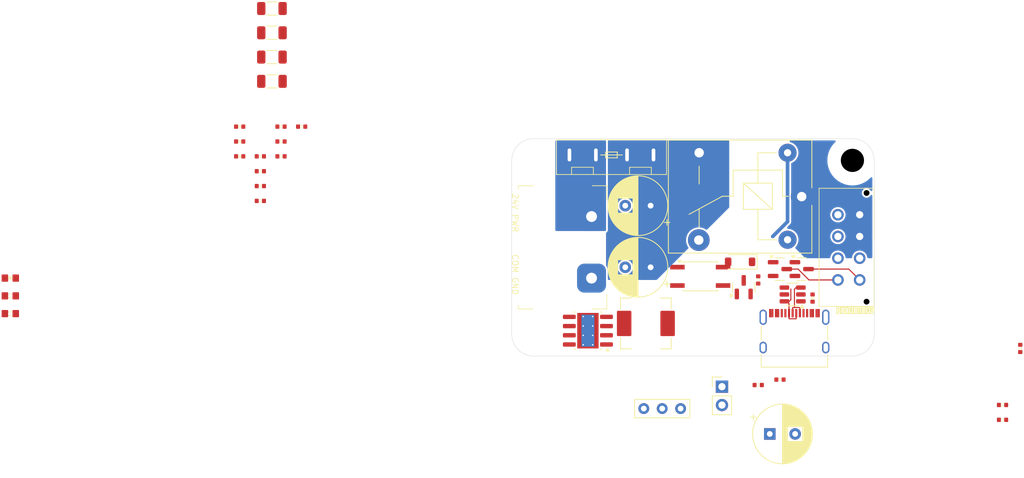
<source format=kicad_pcb>
(kicad_pcb (version 20240108) (generator "pcbnew") (generator_version "8.0")
  (layers (0 "F.Cu" signal) (31 "B.Cu" signal) (34 "B.Paste" user) (35 "F.Paste" user) (36 "B.SilkS" user "B.Silkscreen") (37 "F.SilkS" user "F.Silkscreen") (38 "B.Mask" user) (39 "F.Mask" user) (44 "Edge.Cuts" user))
  (net 0 "")
  (net 1 "GND")
  (net 2 "+24V")
  (net 3 "Net-(C2-Pad1)")
  (net 4 "Net-(U1-COMP)")
  (net 5 "Net-(U1-BOOT)")
  (net 6 "Net-(U1-PH)")
  (net 7 "+12V")
  (net 8 "Net-(C10-Pad1)")
  (net 9 "Net-(J2-Pin_7)")
  (net 10 "+5V")
  (net 11 "Net-(D1-A)")
  (net 12 "Net-(D2-A)")
  (net 13 "Net-(J4-Pin_1)")
  (net 14 "/TB_D+")
  (net 15 "/TB_D-")
  (net 20 "/USB_D-")
  (net 21 "Net-(Q1-G)")
  (net 22 "Net-(Q2-G)")
  (net 23 "/USB_D+")
  (net 24 "Net-(Q3-B)")
  (net 25 "Net-(U1-EN)")
  (net 26 "Net-(U1-RT)")
  (net 27 "Net-(U1-VSENSE)")
  (net 28 "Net-(R10-Pad1)")
  (net 29 "Net-(J1-CC1)")
  (net 30 "Net-(J1-CC2)")
  (footprint "PCM_ME_passives:0402R" (layer "F.Cu") (at 182.712501 88.800001)
    (property "Reference" "R15" (hide yes))
    (property "Value" "1kΩ")
    (pad "1" smd roundrect (at -0.5 0) (size 0.55 0.6) (layers "F.Cu" "F.Paste" "F.Mask") (roundrect_rratio 0.1818181818) (net 10 "+5V"))
    (pad "2" smd roundrect (at 0.5 0) (size 0.55 0.6) (layers "F.Cu" "F.Paste" "F.Mask") (roundrect_rratio 0.1818181818) (net 21 "Net-(Q1-G)"))
  )
  (footprint "corevus:XF-506P" (layer "F.Cu") (at 128.75 52.25 180)
    (property "Reference" "F1" (hide yes))
    (property "Value" "10A")
    (pad "1" thru_hole roundrect (at -5.8 0 270) (size 2.5 1.2) (drill oval 1.8 0.5) (layers "*.Cu" "*.Mask") (roundrect_rratio 0.4166666667) (net 2 "+24V"))
    (pad "1" smd roundrect (at -5.8 0 270) (size 2.5 2) (layers "B.Cu" "B.Mask") (net 2 "+24V"))
    (pad "1" thru_hole roundrect (at -2.150001 0 270) (size 2.5 1.2) (drill oval 1.8 0.5) (layers "*.Cu" "*.Mask") (roundrect_rratio 0.4166666667) (net 2 "+24V"))
    (pad "1" smd roundrect (at -2.150001 0 270) (size 2.5 2) (layers "B.Cu" "B.Mask") (net 2 "+24V"))
    (pad "2" thru_hole roundrect (at 2.150001 0 270) (size 2.5 1.2) (drill oval 1.8 0.5) (layers "*.Cu" "*.Mask") (roundrect_rratio 0.4166666667) (net 13 "Net-(J4-Pin_1)"))
    (pad "2" smd roundrect (at 2.150001 0 270) (size 2.5 2) (layers "B.Cu" "B.Mask") (net 13 "Net-(J4-Pin_1)"))
    (pad "2" thru_hole roundrect (at 5.8 0 270) (size 2.5 1.2) (drill oval 1.8 0.5) (layers "*.Cu" "*.Mask") (roundrect_rratio 0.4166666667) (net 13 "Net-(J4-Pin_1)"))
    (pad "2" smd roundrect (at 5.8 0 270) (size 2.5 2) (layers "B.Cu" "B.Mask") (net 13 "Net-(J4-Pin_1)"))
  )
  (footprint "MountingHole:MountingHole_3.2mm_M3_DIN965" (layer "F.Cu") (at 162 77)
    (property "Reference" "H4" (hide yes))
    (property "Value" "MountingHole")
    (pad "" np_thru_hole circle (at 0 0) (size 3.2 3.2) (drill 3.2) (layers "*.Cu" "*.Mask"))
  )
  (footprint "corevus:PinHeader_1x03_P2.54mm_Vertical" (layer "F.Cu") (at 133.21 87.25 90)
    (property "Reference" "J5" (hide yes))
    (property "Value" "1x3P")
    (pad "1" thru_hole circle (at 0 0 90) (size 1.5 1.5) (drill 0.8) (layers "*.Cu" "*.Mask"))
    (pad "2" thru_hole circle (at 0 2.54 90) (size 1.5 1.5) (drill 0.8) (layers "*.Cu" "*.Mask"))
    (pad "3" thru_hole circle (at 0 5.079999 90) (size 1.5 1.5) (drill 0.8) (layers "*.Cu" "*.Mask"))
  )
  (footprint "PCM_ME_passives:0402R" (layer "F.Cu") (at 83.15 48.345)
    (property "Reference" "R7" (hide yes))
    (property "Value" "47kΩ")
    (pad "1" smd roundrect (at -0.5 0) (size 0.55 0.6) (layers "F.Cu" "F.Paste" "F.Mask") (roundrect_rratio 0.1818181818) (net 11 "Net-(D1-A)"))
    (pad "2" smd roundrect (at 0.5 0) (size 0.55 0.6) (layers "F.Cu" "F.Paste" "F.Mask") (roundrect_rratio 0.1818181818) (net 7 "+12V"))
  )
  (footprint "PCM_ME_passives:0603LED" (layer "F.Cu") (at 45.8 69.245)
    (property "Reference" "D1" (hide yes))
    (property "Value" "Grn")
    (pad "1" smd roundrect (at -0.75 0) (size 0.9 1) (layers "F.Cu" "F.Paste" "F.Mask") (roundrect_rratio 0.1111111111) (net 1 "GND"))
    (pad "2" smd roundrect (at 0.75 0) (size 0.9 1) (layers "F.Cu" "F.Paste" "F.Mask") (roundrect_rratio 0.1111111111) (net 11 "Net-(D1-A)"))
  )
  (footprint "Package_TO_SOT_SMD:SOT-23" (layer "F.Cu") (at 155 68)
    (property "Reference" "Q2" (hide yes))
    (property "Value" "2N7002")
    (pad "1" smd roundrect (at -0.9375 -0.95) (size 1.475 0.6) (layers "F.Cu" "F.Paste" "F.Mask") (net 22 "Net-(Q2-G)"))
    (pad "2" smd roundrect (at -0.9375 0.95) (size 1.475 0.6) (layers "F.Cu" "F.Paste" "F.Mask") (net 23 "/USB_D+"))
    (pad "3" smd roundrect (at 0.937501 0) (size 1.475 0.6) (layers "F.Cu" "F.Paste" "F.Mask") (net 14 "/TB_D+"))
  )
  (footprint "Capacitor_SMD:C_1206_3216Metric" (layer "F.Cu") (at 81.9 32.045)
    (property "Reference" "C1" (hide yes))
    (property "Value" "10μF 50V")
    (pad "1" smd roundrect (at -1.475 0) (size 1.15 1.8) (layers "F.Cu" "F.Paste" "F.Mask") (roundrect_rratio 0.217391) (net 2 "+24V"))
    (pad "2" smd roundrect (at 1.475 0) (size 1.15 1.8) (layers "F.Cu" "F.Paste" "F.Mask") (roundrect_rratio 0.217391) (net 1 "GND"))
  )
  (footprint "PCM_ME_passives:0402R" (layer "F.Cu") (at 182.712501 86.750001)
    (property "Reference" "R14" (hide yes))
    (property "Value" "100kΩ")
    (pad "1" smd roundrect (at -0.5 0) (size 0.55 0.6) (layers "F.Cu" "F.Paste" "F.Mask") (roundrect_rratio 0.1818181818) (net 1 "GND"))
    (pad "2" smd roundrect (at 0.5 0) (size 0.55 0.6) (layers "F.Cu" "F.Paste" "F.Mask") (roundrect_rratio 0.1818181818) (net 10 "+5V"))
  )
  (footprint "Package_TO_SOT_SMD:SOT-23-6" (layer "F.Cu") (at 153.75 71.5 180)
    (property "Reference" "U4" (hide yes))
    (property "Value" "USBLC6-2SC6")
    (pad "1" smd roundrect (at -1.1375 -0.949999 180) (size 1.325 0.6) (layers "F.Cu" "F.Paste" "F.Mask") (net 20 "/USB_D-"))
    (pad "2" smd roundrect (at -1.1375 0 180) (size 1.325 0.6) (layers "F.Cu" "F.Paste" "F.Mask") (net 1 "GND"))
    (pad "3" smd roundrect (at -1.1375 0.949999 180) (size 1.325 0.6) (layers "F.Cu" "F.Paste" "F.Mask") (net 23 "/USB_D+"))
    (pad "4" smd roundrect (at 1.1375 0.949999 180) (size 1.325 0.6) (layers "F.Cu" "F.Paste" "F.Mask") (net 23 "/USB_D+"))
    (pad "5" smd roundrect (at 1.1375 0 180) (size 1.325 0.6) (layers "F.Cu" "F.Paste" "F.Mask") (net 10 "+5V"))
    (pad "6" smd roundrect (at 1.1375 -0.949999 180) (size 1.325 0.6) (layers "F.Cu" "F.Paste" "F.Mask") (net 20 "/USB_D-"))
  )
  (footprint "PCM_ME_passives:0402R" (layer "F.Cu") (at 80.3 52.445)
    (property "Reference" "R1" (hide yes))
    (property "Value" "18kΩ")
    (pad "1" smd roundrect (at -0.5 0) (size 0.55 0.6) (layers "F.Cu" "F.Paste" "F.Mask") (roundrect_rratio 0.1818181818) (net 25 "Net-(U1-EN)"))
    (pad "2" smd roundrect (at 0.5 0) (size 0.55 0.6) (layers "F.Cu" "F.Paste" "F.Mask") (roundrect_rratio 0.1818181818) (net 1 "GND"))
  )
  (footprint "Capacitor_SMD:C_1206_3216Metric" (layer "F.Cu") (at 81.9 38.745)
    (property "Reference" "C6" (hide yes))
    (property "Value" "22μF 25V")
    (pad "1" smd roundrect (at -1.475 0) (size 1.15 1.8) (layers "F.Cu" "F.Paste" "F.Mask") (roundrect_rratio 0.217391) (net 7 "+12V"))
    (pad "2" smd roundrect (at 1.475 0) (size 1.15 1.8) (layers "F.Cu" "F.Paste" "F.Mask") (roundrect_rratio 0.217391) (net 1 "GND"))
  )
  (footprint "Capacitor_THT:CP_Radial_D8.0mm_P3.50mm" (layer "F.Cu") (at 150.597349 90.75)
    (property "Reference" "C7" (hide yes))
    (property "Value" "220μF 25V")
    (pad "1" thru_hole rect (at 0 0) (size 1.6 1.6) (drill 0.8) (layers "*.Cu" "*.Mask") (net 7 "+12V"))
    (pad "2" thru_hole circle (at 3.5 0) (size 1.6 1.6) (drill 0.8) (layers "*.Cu" "*.Mask") (net 1 "GND"))
  )
  (footprint "PCM_ME_passives:0402R" (layer "F.Cu") (at 80.3 56.545)
    (property "Reference" "R3" (hide yes))
    (property "Value" "220kΩ")
    (pad "1" smd roundrect (at -0.5 0) (size 0.55 0.6) (layers "F.Cu" "F.Paste" "F.Mask") (roundrect_rratio 0.1818181818) (net 26 "Net-(U1-RT)"))
    (pad "2" smd roundrect (at 0.5 0) (size 0.55 0.6) (layers "F.Cu" "F.Paste" "F.Mask") (roundrect_rratio 0.1818181818) (net 1 "GND"))
  )
  (footprint "Capacitor_SMD:C_1206_3216Metric" (layer "F.Cu") (at 81.9 42.095)
    (property "Reference" "C10" (hide yes))
    (property "Value" "?F")
    (pad "1" smd roundrect (at -1.475 0) (size 1.15 1.8) (layers "F.Cu" "F.Paste" "F.Mask") (roundrect_rratio 0.217391) (net 8 "Net-(C10-Pad1)"))
    (pad "2" smd roundrect (at 1.475 0) (size 1.15 1.8) (layers "F.Cu" "F.Paste" "F.Mask") (roundrect_rratio 0.217391) (net 2 "+24V"))
  )
  (footprint "MountingHole:MountingHole_3.2mm_M3_DIN965" (layer "F.Cu") (at 118 53)
    (property "Reference" "H1" (hide yes))
    (property "Value" "MountingHole")
    (pad "" np_thru_hole circle (at 0 0) (size 3.2 3.2) (drill 3.2) (layers "*.Cu" "*.Mask"))
  )
  (footprint "PCM_ME_passives:0603R" (layer "F.Cu") (at 45.8 71.695)
    (property "Reference" "R5" (hide yes))
    (property "Value" "47kΩ")
    (pad "1" smd roundrect (at -0.75 0) (size 0.9 1) (layers "F.Cu" "F.Paste" "F.Mask") (roundrect_rratio 0.1111111111) (net 27 "Net-(U1-VSENSE)"))
    (pad "2" smd roundrect (at 0.75 0) (size 0.9 1) (layers "F.Cu" "F.Paste" "F.Mask") (roundrect_rratio 0.1111111111) (net 7 "+12V"))
  )
  (footprint "PCM_ME_passives:0402C" (layer "F.Cu") (at 77.45 48.345)
    (property "Reference" "C2" (hide yes))
    (property "Value" "2.2nF")
    (pad "1" smd roundrect (at -0.5 0) (size 0.55 0.6) (layers "F.Cu" "F.Paste" "F.Mask") (roundrect_rratio 0.1818181818) (net 3 "Net-(C2-Pad1)"))
    (pad "2" smd roundrect (at 0.5 0) (size 0.55 0.6) (layers "F.Cu" "F.Paste" "F.Mask") (roundrect_rratio 0.1818181818) (net 1 "GND"))
  )
  (footprint "Relay_THT:Relay_SPDT_SANYOU_SRD_Series_Form_C" (layer "F.Cu") (at 155 58 180)
    (property "Reference" "K1" (hide yes))
    (property "Value" "12V SRD-C")
    (pad "1" thru_hole circle (at 0 0 270) (size 3 3) (drill 1.3) (layers "*.Cu" "*.Mask") (net 9 "Net-(J2-Pin_7)"))
    (pad "2" thru_hole circle (at 1.95 6.05 270) (size 2.5 2.5) (drill 1) (layers "*.Cu" "*.Mask") (net 12 "Net-(D2-A)"))
    (pad "3" thru_hole circle (at 14.15 6.05 270) (size 3 3) (drill 1.3) (layers "*.Cu" "*.Mask") (net 2 "+24V"))
    (pad "4" thru_hole circle (at 14.2 -6 270) (size 3 3) (drill 1.3) (layers "*.Cu" "*.Mask"))
    (pad "5" thru_hole circle (at 1.95 -5.95 270) (size 2.5 2.5) (drill 1) (layers "*.Cu" "*.Mask") (net 7 "+12V"))
  )
  (footprint "Capacitor_SMD:C_1206_3216Metric" (layer "F.Cu") (at 81.9 35.395)
    (property "Reference" "C5" (hide yes))
    (property "Value" "22μF 25V")
    (pad "1" smd roundrect (at -1.475 0) (size 1.15 1.8) (layers "F.Cu" "F.Paste" "F.Mask") (roundrect_rratio 0.217391) (net 7 "+12V"))
    (pad "2" smd roundrect (at 1.475 0) (size 1.15 1.8) (layers "F.Cu" "F.Paste" "F.Mask") (roundrect_rratio 0.217391) (net 1 "GND"))
  )
  (footprint "corevus:Molex_Micro-Fit-3.0_430450813" (layer "F.Cu") (at 161.5 65 -90)
    (property "Reference" "J2" (hide yes))
    (property "Value" "MF3 2x04P")
    (pad "" np_thru_hole circle (at -7.499999 -2.45 270) (size 1.2 1.2) (drill 0.8) (layers "*.Mask"))
    (pad "" np_thru_hole circle (at 7.499999 -2.45 270) (size 1.2 1.2) (drill 0.8) (layers "*.Mask"))
    (pad "1" thru_hole circle (at 4.5 1.5 270) (size 1.6 1.6) (drill 1) (layers "*.Cu" "*.Mask") (net 15 "/TB_D-"))
    (pad "2" thru_hole circle (at 1.5 1.5 270) (size 1.6 1.6) (drill 1) (layers "*.Cu" "*.Mask") (net 1 "GND"))
    (pad "3" thru_hole circle (at -1.5 1.5 270) (size 1.6 1.6) (drill 1) (layers "*.Cu" "*.Mask") (net 1 "GND"))
    (pad "4" thru_hole circle (at -4.5 1.5 270) (size 1.6 1.6) (drill 1) (layers "*.Cu" "*.Mask") (net 1 "GND"))
    (pad "5" thru_hole circle (at 4.5 -1.5 270) (size 1.6 1.6) (drill 1) (layers "*.Cu" "*.Mask") (net 14 "/TB_D+"))
    (pad "6" thru_hole circle (at 1.5 -1.5 270) (size 1.6 1.6) (drill 1) (layers "*.Cu" "*.Mask") (net 7 "+12V"))
    (pad "7" thru_hole circle (at -1.5 -1.5 270) (size 1.6 1.6) (drill 1) (layers "*.Cu" "*.Mask") (net 9 "Net-(J2-Pin_7)"))
    (pad "8" thru_hole circle (at -4.5 -1.5 270) (size 1.6 1.6) (drill 1) (layers "*.Cu" "*.Mask") (net 9 "Net-(J2-Pin_7)"))
  )
  (footprint "Capacitor_THT:CP_Radial_D8.0mm_P3.50mm" (layer "F.Cu") (at 134.152651 67.75 180)
    (property "Reference" "C8" (hide yes))
    (property "Value" "220μF 35V")
    (pad "1" thru_hole rect (at 0 0 180) (size 1.6 1.6) (drill 0.8) (layers "*.Cu" "*.Mask") (net 2 "+24V"))
    (pad "2" thru_hole circle (at 3.5 0 180) (size 1.6 1.6) (drill 0.8) (layers "*.Cu" "*.Mask") (net 1 "GND"))
  )
  (footprint "PCM_ME_passives:0603R" (layer "F.Cu") (at 45.8 74.145)
    (property "Reference" "R6" (hide yes))
    (property "Value" "3.3kΩ")
    (pad "1" smd roundrect (at -0.75 0) (size 0.9 1) (layers "F.Cu" "F.Paste" "F.Mask") (roundrect_rratio 0.1111111111) (net 1 "GND"))
    (pad "2" smd roundrect (at 0.75 0) (size 0.9 1) (layers "F.Cu" "F.Paste" "F.Mask") (roundrect_rratio 0.1111111111) (net 27 "Net-(U1-VSENSE)"))
  )
  (footprint "PCM_ME_passives:0402R" (layer "F.Cu") (at 149 84)
    (property "Reference" "R12" (hide yes))
    (property "Value" "5.1kΩ")
    (pad "1" smd roundrect (at -0.5 0) (size 0.55 0.6) (layers "F.Cu" "F.Paste" "F.Mask") (roundrect_rratio 0.1818181818) (net 30 "Net-(J1-CC2)"))
    (pad "2" smd roundrect (at 0.5 0) (size 0.55 0.6) (layers "F.Cu" "F.Paste" "F.Mask") (roundrect_rratio 0.1818181818) (net 1 "GND"))
  )
  (footprint "PCM_ME_passives:0402C" (layer "F.Cu") (at 156.5 72 90)
    (property "Reference" "C12" (hide yes))
    (property "Value" "1μF")
    (pad "1" smd roundrect (at -0.499999 0 90) (size 0.55 0.6) (layers "F.Cu" "F.Paste" "F.Mask") (roundrect_rratio 0.1818181818) (net 10 "+5V"))
    (pad "2" smd roundrect (at 0.499999 0 90) (size 0.55 0.6) (layers "F.Cu" "F.Paste" "F.Mask") (roundrect_rratio 0.1818181818) (net 1 "GND"))
  )
  (footprint "corevus:L_Changjiang_FXL0640" (layer "F.Cu") (at 133.5 75.5)
    (property "Reference" "L1" (hide yes))
    (property "Value" "??μH")
    (pad "1" smd roundrect (at -3 0) (size 2 3.5) (layers "F.Cu" "F.Paste" "F.Mask") (roundrect_rratio 0.08333333333) (net 6 "Net-(U1-PH)"))
    (pad "2" smd roundrect (at 3 0) (size 2 3.5) (layers "F.Cu" "F.Paste" "F.Mask") (roundrect_rratio 0.08333333333) (net 7 "+12V"))
  )
  (footprint "Package_TO_SOT_SMD:SOT-23" (layer "F.Cu") (at 147 70.5 90)
    (property "Reference" "Q3" (hide yes))
    (property "Value" "MMBT3904")
    (pad "1" smd roundrect (at -0.9375 -0.95 90) (size 1.475 0.6) (layers "F.Cu" "F.Paste" "F.Mask") (net 24 "Net-(Q3-B)"))
    (pad "2" smd roundrect (at -0.9375 0.95 90) (size 1.475 0.6) (layers "F.Cu" "F.Paste" "F.Mask") (net 1 "GND"))
    (pad "3" smd roundrect (at 0.937501 0 90) (size 1.475 0.6) (layers "F.Cu" "F.Paste" "F.Mask") (net 12 "Net-(D2-A)"))
  )
  (footprint "MountingHole:MountingHole_3.2mm_M3_DIN965" (layer "F.Cu") (at 118 77)
    (property "Reference" "H3" (hide yes))
    (property "Value" "MountingHole")
    (pad "" np_thru_hole circle (at 0 0) (size 3.2 3.2) (drill 3.2) (layers "*.Cu" "*.Mask"))
  )
  (footprint "Connector_PinHeader_2.54mm:PinHeader_1x02_P2.54mm_Vertical" (layer "F.Cu") (at 144 84.225)
    (property "Reference" "J3" (hide yes))
    (property "Value" "1x2P")
    (pad "1" thru_hole rect (at 0 0) (size 1.7 1.7) (drill 1) (layers "*.Cu" "*.Mask") (net 7 "+12V"))
    (pad "2" thru_hole oval (at 0 2.54) (size 1.7 1.7) (drill 1) (layers "*.Cu" "*.Mask") (net 1 "GND"))
  )
  (footprint "Capacitor_THT:CP_Radial_D8.0mm_P3.50mm" (layer "F.Cu") (at 134.152651 59.25 180)
    (property "Reference" "C9" (hide yes))
    (property "Value" "220μF 35V")
    (pad "1" thru_hole rect (at 0 0 180) (size 1.6 1.6) (drill 0.8) (layers "*.Cu" "*.Mask") (net 2 "+24V"))
    (pad "2" thru_hole circle (at 3.5 0 180) (size 1.6 1.6) (drill 0.8) (layers "*.Cu" "*.Mask") (net 1 "GND"))
  )
  (footprint "Package_SO:SOIC-8-1EP_3.9x4.9mm_P1.27mm_EP2.95x4.9mm_Mask2.71x3.4mm_ThermalVias" (layer "F.Cu") (at 125.5 76.5 180)
    (property "Reference" "U1" (hide yes))
    (property "Value" "TPS54335A")
    (pad "1" smd roundrect (at -2.562501 -1.905 180) (size 1.775 0.6) (layers "F.Cu" "F.Paste" "F.Mask") (net 5 "Net-(U1-BOOT)"))
    (pad "2" smd roundrect (at -2.5625 -0.635 180) (size 1.775 0.6) (layers "F.Cu" "F.Paste" "F.Mask") (net 2 "+24V"))
    (pad "3" smd roundrect (at -2.5625 0.635 180) (size 1.775 0.6) (layers "F.Cu" "F.Paste" "F.Mask") (net 6 "Net-(U1-PH)"))
    (pad "4" smd roundrect (at -2.562501 1.905 180) (size 1.775 0.6) (layers "F.Cu" "F.Paste" "F.Mask") (net 1 "GND"))
    (pad "5" smd roundrect (at 2.562501 1.905 180) (size 1.775 0.6) (layers "F.Cu" "F.Paste" "F.Mask") (net 27 "Net-(U1-VSENSE)"))
    (pad "6" smd roundrect (at 2.5625 0.635 180) (size 1.775 0.6) (layers "F.Cu" "F.Paste" "F.Mask") (net 4 "Net-(U1-COMP)"))
    (pad "7" smd roundrect (at 2.5625 -0.635 180) (size 1.775 0.6) (layers "F.Cu" "F.Paste" "F.Mask") (net 25 "Net-(U1-EN)"))
    (pad "8" smd roundrect (at 2.562501 -1.905 180) (size 1.775 0.6) (layers "F.Cu" "F.Paste" "F.Mask") (net 26 "Net-(U1-RT)"))
    (pad "9" thru_hole circle (at -0.65 -1.95 180) (size 0.5 0.5) (drill 0.2) (property pad_prop_heatsink) (layers "*.Cu") (net 1 "GND"))
    (pad "9" thru_hole circle (at -0.65 -0.65 180) (size 0.5 0.5) (drill 0.2) (property pad_prop_heatsink) (layers "*.Cu") (net 1 "GND"))
    (pad "9" thru_hole circle (at -0.65 0.65 180) (size 0.5 0.5) (drill 0.2) (property pad_prop_heatsink) (layers "*.Cu") (net 1 "GND"))
    (pad "9" thru_hole circle (at -0.65 1.95 180) (size 0.5 0.5) (drill 0.2) (property pad_prop_heatsink) (layers "*.Cu") (net 1 "GND"))
    (pad "9" smd rect (at 0 0 180) (size 1.8 4.4) (property pad_prop_heatsink) (layers "B.Cu") (net 1 "GND"))
    (pad "9" smd rect (at 0 0 180) (size 2.95 4.9) (property pad_prop_heatsink) (layers "F.Cu") (net 1 "GND"))
    (pad "9" thru_hole circle (at 0.65 -1.95 180) (size 0.5 0.5) (drill 0.2) (property pad_prop_heatsink) (layers "*.Cu") (net 1 "GND"))
    (pad "9" thru_hole circle (at 0.65 -0.65 180) (size 0.5 0.5) (drill 0.2) (property pad_prop_heatsink) (layers "*.Cu") (net 1 "GND"))
    (pad "9" thru_hole circle (at 0.65 0.65 180) (size 0.5 0.5) (drill 0.2) (property pad_prop_heatsink) (layers "*.Cu") (net 1 "GND"))
    (pad "9" thru_hole circle (at 0.65 1.95 180) (size 0.5 0.5) (drill 0.2) (property pad_prop_heatsink) (layers "*.Cu") (net 1 "GND"))
  )
  (footprint "PCM_ME_passives:0402R" (layer "F.Cu") (at 80.3 58.595)
    (property "Reference" "R4" (hide yes))
    (property "Value" "24kΩ")
    (pad "1" smd roundrect (at -0.5 0) (size 0.55 0.6) (layers "F.Cu" "F.Paste" "F.Mask") (roundrect_rratio 0.1818181818) (net 4 "Net-(U1-COMP)"))
    (pad "2" smd roundrect (at 0.5 0) (size 0.55 0.6) (layers "F.Cu" "F.Paste" "F.Mask") (roundrect_rratio 0.1818181818) (net 3 "Net-(C2-Pad1)"))
  )
  (footprint "PCM_ME_passives:0402C" (layer "F.Cu") (at 77.45 52.445)
    (property "Reference" "C4" (hide yes))
    (property "Value" "100nF")
    (pad "1" smd roundrect (at -0.5 0) (size 0.55 0.6) (layers "F.Cu" "F.Paste" "F.Mask") (roundrect_rratio 0.1818181818) (net 5 "Net-(U1-BOOT)"))
    (pad "2" smd roundrect (at 0.5 0) (size 0.55 0.6) (layers "F.Cu" "F.Paste" "F.Mask") (roundrect_rratio 0.1818181818) (net 6 "Net-(U1-PH)"))
  )
  (footprint "Package_SO:SO-4_4.4x3.6mm_P2.54mm" (layer "F.Cu") (at 141 69)
    (property "Reference" "U2" (hide yes))
    (property "Value" "LTV-357T")
    (pad "1" smd rect (at -3.15 -1.27) (size 2 0.64) (layers "F.Cu" "F.Paste" "F.Mask"))
    (pad "2" smd rect (at -3.15 1.27) (size 2 0.64) (layers "F.Cu" "F.Paste" "F.Mask"))
    (pad "3" smd rect (at 3.15 1.27) (size 2 0.64) (layers "F.Cu" "F.Paste" "F.Mask") (net 28 "Net-(R10-Pad1)"))
    (pad "4" smd rect (at 3.15 -1.27) (size 2 0.64) (layers "F.Cu" "F.Paste" "F.Mask") (net 7 "+12V"))
  )
  (footprint "PCM_ME_passives:0402R" (layer "F.Cu") (at 80.3 54.495)
    (property "Reference" "R2" (hide yes))
    (property "Value" "220kΩ")
    (pad "1" smd roundrect (at -0.5 0) (size 0.55 0.6) (layers "F.Cu" "F.Paste" "F.Mask") (roundrect_rratio 0.1818181818) (net 2 "+24V"))
    (pad "2" smd roundrect (at 0.5 0) (size 0.55 0.6) (layers "F.Cu" "F.Paste" "F.Mask") (roundrect_rratio 0.1818181818) (net 25 "Net-(U1-EN)"))
  )
  (footprint "PCM_ME_passives:0402R" (layer "F.Cu") (at 152 83.25)
    (property "Reference" "R11" (hide yes))
    (property "Value" "5.1kΩ")
    (pad "1" smd roundrect (at -0.5 0) (size 0.55 0.6) (layers "F.Cu" "F.Paste" "F.Mask") (roundrect_rratio 0.1818181818) (net 29 "Net-(J1-CC1)"))
    (pad "2" smd roundrect (at 0.5 0) (size 0.55 0.6) (layers "F.Cu" "F.Paste" "F.Mask") (roundrect_rratio 0.1818181818) (net 1 "GND"))
  )
  (footprint "corevus:USB_Type-C_16p" (layer "F.Cu") (at 154 77.75)
    (property "Reference" "J1" (hide yes))
    (property "Value" "USB-C 16P")
    (pad "" np_thru_hole circle (at -2.89 -2.605) (size 0.65 0.65) (drill 0.65) (layers "*.Cu" "*.Mask"))
    (pad "" np_thru_hole circle (at 2.89 -2.605) (size 0.65 0.65) (drill 0.65) (layers "*.Cu" "*.Mask"))
    (pad "A1" smd rect (at -3.35 -3.67) (size 0.3 1.15) (layers "F.Cu" "F.Paste" "F.Mask") (net 1 "GND"))
    (pad "A4" smd rect (at -2.55 -3.67) (size 0.3 1.15) (layers "F.Cu" "F.Paste" "F.Mask") (net 10 "+5V"))
    (pad "A5" smd rect (at -1.25 -3.669999) (size 0.3 1.15) (layers "F.Cu" "F.Paste" "F.Mask") (net 29 "Net-(J1-CC1)"))
    (pad "A6" smd rect (at -0.25 -3.67) (size 0.3 1.15) (layers "F.Cu" "F.Paste" "F.Mask") (net 23 "/USB_D+"))
    (pad "A7" smd rect (at 0.25 -3.67) (size 0.3 1.15) (layers "F.Cu" "F.Paste" "F.Mask") (net 20 "/USB_D-"))
    (pad "A8" smd rect (at 1.25 -3.669999) (size 0.3 1.15) (layers "F.Cu" "F.Paste" "F.Mask"))
    (pad "A9" smd rect (at 2.55 -3.67) (size 0.3 1.15) (layers "F.Cu" "F.Paste" "F.Mask") (net 10 "+5V"))
    (pad "A12" smd rect (at 3.35 -3.67) (size 0.3 1.15) (layers "F.Cu" "F.Paste" "F.Mask") (net 1 "GND"))
    (pad "B1" smd rect (at 3.05 -3.67) (size 0.3 1.15) (layers "F.Cu" "F.Paste" "F.Mask") (net 1 "GND"))
    (pad "B4" smd rect (at 2.25 -3.67) (size 0.3 1.15) (layers "F.Cu" "F.Paste" "F.Mask") (net 10 "+5V"))
    (pad "B5" smd rect (at 1.75 -3.67) (size 0.3 1.15) (layers "F.Cu" "F.Paste" "F.Mask") (net 30 "Net-(J1-CC2)"))
    (pad "B6" smd rect (at 0.75 -3.67) (size 0.3 1.15) (layers "F.Cu" "F.Paste" "F.Mask") (net 23 "/USB_D+"))
    (pad "B7" smd rect (at -0.75 -3.67) (size 0.3 1.15) (layers "F.Cu" "F.Paste" "F.Mask") (net 20 "/USB_D-"))
    (pad "B8" smd rect (at -1.75 -3.67) (size 0.3 1.15) (layers "F.Cu" "F.Paste" "F.Mask"))
    (pad "B9" smd rect (at -2.25 -3.67) (size 0.3 1.15) (layers "F.Cu" "F.Paste" "F.Mask") (net 10 "+5V"))
    (pad "B12" smd rect (at -3.05 -3.67) (size 0.3 1.15) (layers "F.Cu" "F.Paste" "F.Mask") (net 1 "GND"))
    (pad "S1" thru_hole oval (at -4.32 -3.105) (size 1 2.1) (drill oval 0.6 1.7) (layers "*.Cu" "*.Mask") (net 1 "GND"))
    (pad "S1" thru_hole oval (at -4.32 1.075) (size 1 1.6) (drill oval 0.6 1.2) (layers "*.Cu" "*.Mask") (net 1 "GND"))
    (pad "S1" thru_hole oval (at 4.32 -3.105) (size 1 2.1) (drill oval 0.6 1.7) (layers "*.Cu" "*.Mask") (net 1 "GND"))
    (pad "S1" thru_hole oval (at 4.32 1.075) (size 1 1.6) (drill oval 0.6 1.2) (layers "*.Cu" "*.Mask") (net 1 "GND"))
  )
  (footprint "Diode_SMD:D_SOD-123" (layer "F.Cu") (at 146.5 67 180)
    (property "Reference" "D2" (hide yes))
    (property "Value" "???")
    (pad "1" smd roundrect (at -1.65 0 180) (size 0.9 1.2) (layers "F.Cu" "F.Paste" "F.Mask") (net 7 "+12V"))
    (pad "2" smd roundrect (at 1.65 0 180) (size 0.9 1.2) (layers "F.Cu" "F.Paste" "F.Mask") (net 12 "Net-(D2-A)"))
  )
  (footprint "PCM_ME_passives:0402R" (layer "F.Cu") (at 83.15 52.445)
    (property "Reference" "R9" (hide yes))
    (property "Value" "xkΩ")
    (pad "1" smd roundrect (at -0.5 0) (size 0.55 0.6) (layers "F.Cu" "F.Paste" "F.Mask") (roundrect_rratio 0.1818181818) (net 8 "Net-(C10-Pad1)"))
    (pad "2" smd roundrect (at 0.5 0) (size 0.55 0.6) (layers "F.Cu" "F.Paste" "F.Mask") (roundrect_rratio 0.1818181818) (net 9 "Net-(J2-Pin_7)"))
  )
  (footprint "PCM_ME_passives:0402R" (layer "F.Cu") (at 149 69.5 90)
    (property "Reference" "R10" (hide yes))
    (property "Value" "2.2kΩ")
    (pad "1" smd roundrect (at -0.499999 0 90) (size 0.55 0.6) (layers "F.Cu" "F.Paste" "F.Mask") (roundrect_rratio 0.1818181818) (net 28 "Net-(R10-Pad1)"))
    (pad "2" smd roundrect (at 0.499999 0 90) (size 0.55 0.6) (layers "F.Cu" "F.Paste" "F.Mask") (roundrect_rratio 0.1818181818) (net 24 "Net-(Q3-B)"))
  )
  (footprint "corevus:Kefa_KF8500-8.5-2P" (layer "F.Cu") (at 126 65 -90)
    (property "Reference" "J4" (hide yes))
    (property "Value" "2P 9.5mm")
    (pad "1" thru_hole roundrect (at -4.25 0 270) (size 2.5 2.5) (drill 1.5) (layers "*.Cu" "*.Mask") (roundrect_rratio 0.2) (net 13 "Net-(J4-Pin_1)"))
    (pad "1" smd roundrect (at -4.25 0 270) (size 4 4) (layers "B.Cu" "B.Mask") (net 13 "Net-(J4-Pin_1)"))
    (pad "2" thru_hole roundrect (at 4.25 0 270) (size 2.5 2.5) (drill 1.5) (layers "*.Cu" "*.Mask") (roundrect_rratio 0.2) (net 1 "GND"))
    (pad "2" smd roundrect (at 4.25 0 270) (size 4 4) (layers "B.Cu" "B.Mask") (net 1 "GND"))
  )
  (footprint "MountingHole:MountingHole_3.2mm_M3_DIN965" (layer "F.Cu") (at 162 53)
    (property "Reference" "H2" (hide yes))
    (property "Value" "MountingHole")
    (pad "" np_thru_hole circle (at 0 0) (size 6.4 6.4) (drill 3.2) (layers "*.Mask"))
  )
  (footprint "PCM_ME_passives:0402R" (layer "F.Cu") (at 86 48.345)
    (property "Reference" "R13" (hide yes))
    (property "Value" "100kΩ")
    (pad "1" smd roundrect (at -0.5 0) (size 0.55 0.6) (layers "F.Cu" "F.Paste" "F.Mask") (roundrect_rratio 0.1818181818) (net 9 "Net-(J2-Pin_7)"))
    (pad "2" smd roundrect (at 0.5 0) (size 0.55 0.6) (layers "F.Cu" "F.Paste" "F.Mask") (roundrect_rratio 0.1818181818) (net 1 "GND"))
  )
  (footprint "PCM_ME_passives:0402R" (layer "F.Cu") (at 83.15 50.395)
    (property "Reference" "R8" (hide yes))
    (property "Value" "100kΩ")
    (pad "1" smd roundrect (at -0.5 0) (size 0.55 0.6) (layers "F.Cu" "F.Paste" "F.Mask") (roundrect_rratio 0.1818181818) (net 2 "+24V"))
    (pad "2" smd roundrect (at 0.5 0) (size 0.55 0.6) (layers "F.Cu" "F.Paste" "F.Mask") (roundrect_rratio 0.1818181818) (net 1 "GND"))
  )
  (footprint "Package_TO_SOT_SMD:SOT-23" (layer "F.Cu") (at 152 68)
    (property "Reference" "Q1" (hide yes))
    (property "Value" "2N7002")
    (pad "1" smd roundrect (at -0.9375 -0.95) (size 1.475 0.6) (layers "F.Cu" "F.Paste" "F.Mask") (net 21 "Net-(Q1-G)"))
    (pad "2" smd roundrect (at -0.9375 0.95) (size 1.475 0.6) (layers "F.Cu" "F.Paste" "F.Mask") (net 20 "/USB_D-"))
    (pad "3" smd roundrect (at 0.9375 0) (size 1.475 0.6) (layers "F.Cu" "F.Paste" "F.Mask") (net 15 "/TB_D-"))
  )
  (footprint "PCM_ME_passives:0402C" (layer "F.Cu") (at 77.45 50.395)
    (property "Reference" "C3" (hide yes))
    (property "Value" "33pF")
    (pad "1" smd roundrect (at -0.5 0) (size 0.55 0.6) (layers "F.Cu" "F.Paste" "F.Mask") (roundrect_rratio 0.1818181818) (net 4 "Net-(U1-COMP)"))
    (pad "2" smd roundrect (at 0.5 0) (size 0.55 0.6) (layers "F.Cu" "F.Paste" "F.Mask") (roundrect_rratio 0.1818181818) (net 1 "GND"))
  )
  (footprint "PCM_ME_passives:0402R" (layer "F.Cu") (at 185.1625 78.950001 -90)
    (property "Reference" "R16" (hide yes))
    (property "Value" "1kΩ")
    (pad "1" smd roundrect (at -0.499999 0 270) (size 0.55 0.6) (layers "F.Cu" "F.Paste" "F.Mask") (roundrect_rratio 0.1818181818) (net 22 "Net-(Q2-G)"))
    (pad "2" smd roundrect (at 0.499999 0 270) (size 0.55 0.6) (layers "F.Cu" "F.Paste" "F.Mask") (roundrect_rratio 0.1818181818) (net 10 "+5V"))
  )
  (gr_line (start 115 53) (end 115 77) (stroke (width 0.05)) (layer "Edge.Cuts"))
  (gr_line (start 118 80) (end 162 80) (stroke (width 0.05)) (layer "Edge.Cuts"))
  (gr_line (start 165 77) (end 165 53) (stroke (width 0.05)) (layer "Edge.Cuts"))
  (gr_line (start 162 50) (end 118 50) (stroke (width 0.05)) (layer "Edge.Cuts"))
  (gr_arc (start 165 77) (mid 164.12132 79.12132) (end 162 80) (stroke (width 0.05)) (layer "Edge.Cuts"))
  (gr_arc (start 118 80) (mid 115.87868 79.12132) (end 115 77) (stroke (width 0.05)) (layer "Edge.Cuts"))
  (gr_arc (start 115 53) (mid 115.87868 50.87868) (end 118 50) (stroke (width 0.05)) (layer "Edge.Cuts"))
  (gr_arc (start 162 50) (mid 164.12132 50.87868) (end 165 53) (stroke (width 0.05)) (layer "Edge.Cuts"))
  (gr_text "TOOLBOARD" (at 165 73.15 180) (layer "F.SilkS" knockout) (effects (font (size 0.8 0.6) (thickness 0.1)) (justify left bottom)))
  (gr_text "24V PWR" (at 115 60.25 270) (layer "F.SilkS") (effects (font (size 0.8 0.8) (thickness 0.1)) (justify bottom)))
  (gr_text "COM GND" (at 115 68.75 270) (layer "F.SilkS") (effects (font (size 0.8 0.8) (thickness 0.1)) (justify bottom)))
  (segment (start 153.05 61.45) (end 151 63.5) (width 0.5) (layer "B.Cu") (net 12))
  (segment (start 153.05 51.95) (end 153.05 61.45) (width 0.5) (layer "B.Cu") (net 12))
  (segment (start 155.937501 68) (end 161.5 68) (width 0.15) (layer "F.Cu") (net 14))
  (segment (start 161.5 68) (end 163 69.5) (width 0.15) (layer "F.Cu") (net 14))
  (segment (start 154.5 68) (end 156 69.5) (width 0.15) (layer "F.Cu") (net 15))
  (segment (start 156 69.5) (end 160 69.5) (width 0.15) (layer "F.Cu") (net 15))
  (segment (start 152.9375 68) (end 154.5 68) (width 0.15) (layer "F.Cu") (net 15))
  (segment (start 153.25 74.805) (end 153.25 74.08) (width 0.15) (layer "F.Cu") (net 20))
  (segment (start 154.25 74.805) (end 154.2 74.855) (width 0.15) (layer "F.Cu") (net 20))
  (segment (start 153.274999 72.449999) (end 153.5 72.224998) (width 0.15) (layer "F.Cu") (net 20))
  (segment (start 152.6125 72.449999) (end 153.274999 72.449999) (width 0.15) (layer "F.Cu") (net 20))
  (segment (start 153.5 72.224998) (end 153.5 70.75) (width 0.15) (layer "F.Cu") (net 20))
  (segment (start 153.3 74.855) (end 153.25 74.805) (width 0.15) (layer "F.Cu") (net 20))
  (segment (start 154.25 74.08) (end 154.25 74.805) (width 0.15) (layer "F.Cu") (net 20))
  (segment (start 154.2 74.855) (end 153.3 74.855) (width 0.15) (layer "F.Cu") (net 20))
  (segment (start 153.25 72.75) (end 153 72.5) (width 0.15) (layer "F.Cu") (net 20))
  (segment (start 153.25 74.08) (end 153.25 72.75) (width 0.15) (layer "F.Cu") (net 20))
  (segment (start 154.225001 70.550001) (end 154 70.775002) (width 0.15) (layer "F.Cu") (net 23))
  (segment (start 153.75 73.355) (end 153.8 73.305) (width 0.15) (layer "F.Cu") (net 23))
  (segment (start 153.75 74.08) (end 153.75 73.355) (width 0.15) (layer "F.Cu") (net 23))
  (segment (start 154.8875 70.550001) (end 154.225001 70.550001) (width 0.15) (layer "F.Cu") (net 23))
  (segment (start 154 70.775002) (end 154 73.305) (width 0.15) (layer "F.Cu") (net 23))
  (segment (start 154.7 73.305) (end 154.75 73.355) (width 0.15) (layer "F.Cu") (net 23))
  (segment (start 153.8 73.305) (end 154 73.305) (width 0.15) (layer "F.Cu") (net 23))
  (segment (start 154 73.305) (end 154.7 73.305) (width 0.15) (layer "F.Cu") (net 23))
  (segment (start 154.75 73.355) (end 154.75 74.08) (width 0.15) (layer "F.Cu") (net 23))
  (zone (net 13) (net_name "Net-(J4-Pin_1)") (layer "B.Cu") (priority 30) (connect_pads yes (clearance 0.25)) (min_thickness 0.25) (fill yes (thermal_gap 0.5) (thermal_bridge_width 0.5))
    (polygon (pts (xy 128 50) (xy 128 62.75) (xy 121 62.75) (xy 121 50)))
  )
  (zone (net 9) (net_name "Net-(J2-Pin_7)") (layer "B.Cu") (priority 25) (connect_pads yes (clearance 0.25)) (min_thickness 0.25) (fill yes (thermal_gap 0.5) (thermal_bridge_width 0.5))
    (polygon (pts (xy 153 50) (xy 153 64) (xy 155.5 66.5) (xy 165 66.5) (xy 165 50)))
  )
  (zone (net 2) (net_name "+24V") (layer "B.Cu") (connect_pads yes (clearance 0.25)) (min_thickness 0.25) (fill yes (thermal_gap 0.5) (thermal_bridge_width 0.5))
    (polygon (pts (xy 135 69.5) (xy 128 69.5) (xy 128 50) (xy 145 50) (xy 145 59.5)))
  )
)
</source>
